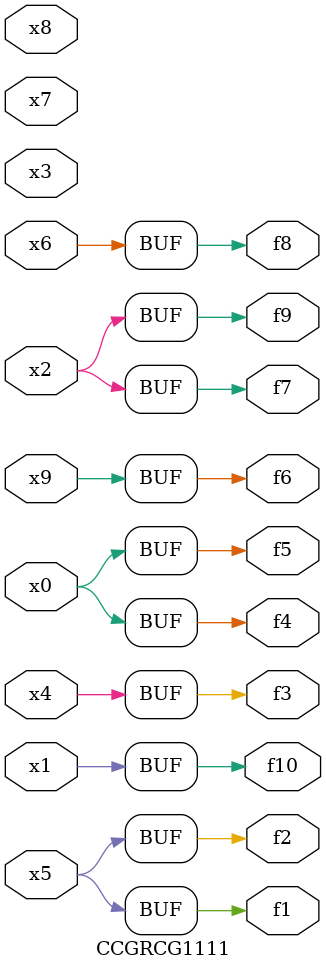
<source format=v>
module CCGRCG1111(
	input x0, x1, x2, x3, x4, x5, x6, x7, x8, x9,
	output f1, f2, f3, f4, f5, f6, f7, f8, f9, f10
);
	assign f1 = x5;
	assign f2 = x5;
	assign f3 = x4;
	assign f4 = x0;
	assign f5 = x0;
	assign f6 = x9;
	assign f7 = x2;
	assign f8 = x6;
	assign f9 = x2;
	assign f10 = x1;
endmodule

</source>
